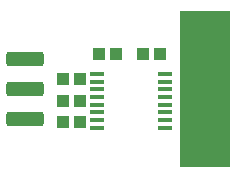
<source format=gts>
G04*
G04 #@! TF.GenerationSoftware,Altium Limited,Altium Designer,24.4.1 (13)*
G04*
G04 Layer_Color=8388736*
%FSLAX25Y25*%
%MOIN*%
G70*
G04*
G04 #@! TF.SameCoordinates,AA9B8025-BE10-49C8-B8BA-64AABDCBB2E5*
G04*
G04*
G04 #@! TF.FilePolarity,Negative*
G04*
G01*
G75*
%ADD14R,0.04575X0.01200*%
%ADD16R,0.03950X0.03950*%
G04:AMPARAMS|DCode=17|XSize=47.37mil|YSize=126.11mil|CornerRadius=8.92mil|HoleSize=0mil|Usage=FLASHONLY|Rotation=90.000|XOffset=0mil|YOffset=0mil|HoleType=Round|Shape=RoundedRectangle|*
%AMROUNDEDRECTD17*
21,1,0.04737,0.10827,0,0,90.0*
21,1,0.02953,0.12611,0,0,90.0*
1,1,0.01784,0.05413,0.01476*
1,1,0.01784,0.05413,-0.01476*
1,1,0.01784,-0.05413,-0.01476*
1,1,0.01784,-0.05413,0.01476*
%
%ADD17ROUNDEDRECTD17*%
G36*
X89370Y3976D02*
Y55945D01*
X106102D01*
Y3976D01*
X89370D01*
D02*
G37*
D14*
X84531Y34941D02*
D03*
Y32382D02*
D03*
Y29823D02*
D03*
Y27264D02*
D03*
Y24705D02*
D03*
Y22146D02*
D03*
Y19587D02*
D03*
Y17028D02*
D03*
X61925D02*
D03*
Y19587D02*
D03*
Y22146D02*
D03*
Y24705D02*
D03*
Y27264D02*
D03*
Y29823D02*
D03*
Y32382D02*
D03*
Y34941D02*
D03*
D16*
X68209Y41732D02*
D03*
X62303D02*
D03*
X82874D02*
D03*
X76968D02*
D03*
X56201Y19094D02*
D03*
X50295D02*
D03*
X56201Y26083D02*
D03*
X50295D02*
D03*
X56201Y33366D02*
D03*
X50295D02*
D03*
D17*
X37795Y20020D02*
D03*
Y30020D02*
D03*
Y40020D02*
D03*
X98425Y40886D02*
D03*
Y29980D02*
D03*
Y19075D02*
D03*
Y8169D02*
D03*
Y51791D02*
D03*
M02*

</source>
